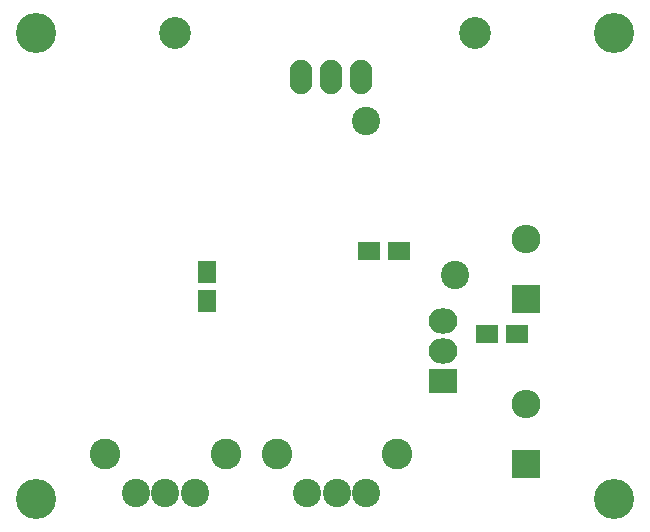
<source format=gbs>
G04 #@! TF.FileFunction,Soldermask,Bot*
%FSLAX46Y46*%
G04 Gerber Fmt 4.6, Leading zero omitted, Abs format (unit mm)*
G04 Created by KiCad (PCBNEW 4.0.2+e4-6225~38~ubuntu14.04.1-stable) date Thu 16 Jun 2016 08:22:09 PM ADT*
%MOMM*%
G01*
G04 APERTURE LIST*
%ADD10C,0.100000*%
%ADD11C,2.700000*%
%ADD12C,3.400000*%
%ADD13R,1.650000X1.900000*%
%ADD14R,1.900000X1.650000*%
%ADD15O,1.901140X2.899360*%
%ADD16R,2.432000X2.432000*%
%ADD17O,2.432000X2.432000*%
%ADD18R,2.432000X2.127200*%
%ADD19O,2.432000X2.127200*%
%ADD20C,2.600000*%
%ADD21C,2.400000*%
%ADD22C,2.398980*%
G04 APERTURE END LIST*
D10*
D11*
X135300000Y-76000000D03*
X160700000Y-76000000D03*
D12*
X172500000Y-76000000D03*
X123500000Y-115500000D03*
X172500000Y-115500000D03*
D13*
X138000000Y-96250000D03*
X138000000Y-98750000D03*
D14*
X161750000Y-101500000D03*
X164250000Y-101500000D03*
X151750000Y-94500000D03*
X154250000Y-94500000D03*
D15*
X148500000Y-79750000D03*
X145960000Y-79750000D03*
X151040000Y-79750000D03*
D16*
X165000000Y-112540000D03*
D17*
X165000000Y-107460000D03*
D18*
X158000000Y-105500000D03*
D19*
X158000000Y-102960000D03*
X158000000Y-100420000D03*
D16*
X165000000Y-98540000D03*
D17*
X165000000Y-93460000D03*
D12*
X123500000Y-76000000D03*
D20*
X129400000Y-111700000D03*
D21*
X132000000Y-115000000D03*
X134500000Y-115000000D03*
X137000000Y-115000000D03*
D20*
X139600000Y-111700000D03*
X143900000Y-111700000D03*
D21*
X146500000Y-115000000D03*
X149000000Y-115000000D03*
X151500000Y-115000000D03*
D20*
X154100000Y-111700000D03*
D22*
X151500000Y-83500000D03*
X159000000Y-96490381D03*
M02*

</source>
